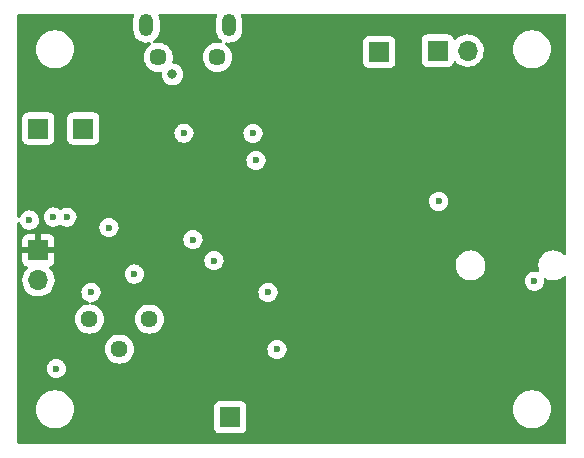
<source format=gbr>
%TF.GenerationSoftware,KiCad,Pcbnew,(6.0.2)*%
%TF.CreationDate,2023-09-05T21:11:47-07:00*%
%TF.ProjectId,parabolic_microphone,70617261-626f-46c6-9963-5f6d6963726f,rev?*%
%TF.SameCoordinates,Original*%
%TF.FileFunction,Copper,L3,Inr*%
%TF.FilePolarity,Positive*%
%FSLAX46Y46*%
G04 Gerber Fmt 4.6, Leading zero omitted, Abs format (unit mm)*
G04 Created by KiCad (PCBNEW (6.0.2)) date 2023-09-05 21:11:47*
%MOMM*%
%LPD*%
G01*
G04 APERTURE LIST*
%TA.AperFunction,ComponentPad*%
%ADD10R,1.700000X1.700000*%
%TD*%
%TA.AperFunction,ComponentPad*%
%ADD11O,1.700000X1.700000*%
%TD*%
%TA.AperFunction,ComponentPad*%
%ADD12O,1.200000X1.900000*%
%TD*%
%TA.AperFunction,ComponentPad*%
%ADD13C,1.450000*%
%TD*%
%TA.AperFunction,ComponentPad*%
%ADD14C,1.440000*%
%TD*%
%TA.AperFunction,ViaPad*%
%ADD15C,0.600000*%
%TD*%
%TA.AperFunction,ViaPad*%
%ADD16C,0.800000*%
%TD*%
G04 APERTURE END LIST*
D10*
%TO.N,Net-(C6-Pad2)*%
%TO.C,J3*%
X69596000Y-43535600D03*
%TD*%
%TO.N,Net-(J7-Pad1)*%
%TO.C,J7*%
X85852000Y-67975800D03*
%TD*%
%TO.N,VCC*%
%TO.C,J1*%
X69596000Y-53848000D03*
D11*
%TO.N,GND*%
X69596000Y-56388000D03*
%TD*%
D10*
%TO.N,Net-(C7-Pad1)*%
%TO.C,J2*%
X103398000Y-36932000D03*
D11*
%TO.N,GND*%
X105938000Y-36932000D03*
%TD*%
D12*
%TO.N,unconnected-(J8-Pad6)*%
%TO.C,J8*%
X85740000Y-34798000D03*
D13*
X84740000Y-37498000D03*
D12*
X78740000Y-34798000D03*
D13*
X79740000Y-37498000D03*
%TD*%
D10*
%TO.N,Net-(C7-Pad2)*%
%TO.C,J5*%
X98445000Y-37059000D03*
%TD*%
D14*
%TO.N,Net-(R4-Pad2)*%
%TO.C,RV1*%
X78994000Y-59670000D03*
X76454000Y-62210000D03*
%TO.N,Net-(C8-Pad1)*%
X73914000Y-59670000D03*
%TD*%
D10*
%TO.N,Net-(C6-Pad1)*%
%TO.C,J4*%
X73406000Y-43535600D03*
%TD*%
D15*
%TO.N,VCC*%
X69596000Y-47224000D03*
X92837000Y-49403000D03*
X93788000Y-60387000D03*
D16*
X83540000Y-38989000D03*
D15*
X71882000Y-47478000D03*
X92075000Y-44450000D03*
X74041000Y-53467000D03*
X94107000Y-62992000D03*
X77724000Y-43922000D03*
%TO.N,GND*%
X89789000Y-62230000D03*
X89027000Y-57404000D03*
X81915000Y-43922000D03*
X71120000Y-63861000D03*
X103473000Y-49689000D03*
X82677000Y-52939000D03*
X72009000Y-51034000D03*
X70866000Y-51034000D03*
X111573000Y-56455000D03*
X74041000Y-57404000D03*
X75565000Y-51923000D03*
X68834000Y-51288000D03*
X88011000Y-46228000D03*
D16*
X80940000Y-38948000D03*
D15*
X87757000Y-43942000D03*
%TO.N,Net-(JP3-Pad2)*%
X77724000Y-55860000D03*
X84455000Y-54717000D03*
%TD*%
%TA.AperFunction,Conductor*%
%TO.N,VCC*%
G36*
X77674283Y-33852802D02*
G01*
X77720776Y-33906458D01*
X77730880Y-33976732D01*
X77723028Y-34005898D01*
X77709199Y-34040214D01*
X77672314Y-34131737D01*
X77631772Y-34339337D01*
X77631500Y-34344899D01*
X77631500Y-35200846D01*
X77646548Y-35358566D01*
X77706092Y-35561534D01*
X77708836Y-35566861D01*
X77708836Y-35566862D01*
X77790756Y-35725919D01*
X77802942Y-35749580D01*
X77933604Y-35915920D01*
X77938135Y-35919852D01*
X77938138Y-35919855D01*
X78024058Y-35994412D01*
X78093363Y-36054552D01*
X78098549Y-36057552D01*
X78098553Y-36057555D01*
X78194957Y-36113326D01*
X78276454Y-36160473D01*
X78476271Y-36229861D01*
X78482206Y-36230722D01*
X78482208Y-36230722D01*
X78679664Y-36259352D01*
X78679667Y-36259352D01*
X78685604Y-36260213D01*
X78896899Y-36250433D01*
X78973347Y-36232009D01*
X79044258Y-36235494D01*
X79102028Y-36276763D01*
X79128315Y-36342714D01*
X79114774Y-36412407D01*
X79075139Y-36457715D01*
X79031954Y-36487954D01*
X78944093Y-36549475D01*
X78791475Y-36702093D01*
X78667677Y-36878894D01*
X78665354Y-36883876D01*
X78665351Y-36883881D01*
X78578784Y-37069525D01*
X78576461Y-37074507D01*
X78575039Y-37079815D01*
X78575038Y-37079817D01*
X78538832Y-37214939D01*
X78520599Y-37282987D01*
X78501788Y-37498000D01*
X78520599Y-37713013D01*
X78522023Y-37718326D01*
X78522023Y-37718328D01*
X78570626Y-37899715D01*
X78576461Y-37921493D01*
X78578783Y-37926474D01*
X78578784Y-37926475D01*
X78665351Y-38112119D01*
X78665354Y-38112124D01*
X78667677Y-38117106D01*
X78698246Y-38160763D01*
X78784957Y-38284598D01*
X78791475Y-38293907D01*
X78944093Y-38446525D01*
X79120894Y-38570323D01*
X79125876Y-38572646D01*
X79125881Y-38572649D01*
X79311525Y-38659216D01*
X79316507Y-38661539D01*
X79321815Y-38662961D01*
X79321817Y-38662962D01*
X79519672Y-38715977D01*
X79519674Y-38715977D01*
X79524987Y-38717401D01*
X79740000Y-38736212D01*
X79745475Y-38735733D01*
X79745476Y-38735733D01*
X79899353Y-38722271D01*
X79968958Y-38736260D01*
X80019950Y-38785660D01*
X80035644Y-38860962D01*
X80026496Y-38948000D01*
X80046458Y-39137928D01*
X80105473Y-39319556D01*
X80200960Y-39484944D01*
X80328747Y-39626866D01*
X80483248Y-39739118D01*
X80489276Y-39741802D01*
X80489278Y-39741803D01*
X80651681Y-39814109D01*
X80657712Y-39816794D01*
X80751113Y-39836647D01*
X80838056Y-39855128D01*
X80838061Y-39855128D01*
X80844513Y-39856500D01*
X81035487Y-39856500D01*
X81041939Y-39855128D01*
X81041944Y-39855128D01*
X81128888Y-39836647D01*
X81222288Y-39816794D01*
X81228319Y-39814109D01*
X81390722Y-39741803D01*
X81390724Y-39741802D01*
X81396752Y-39739118D01*
X81551253Y-39626866D01*
X81679040Y-39484944D01*
X81774527Y-39319556D01*
X81833542Y-39137928D01*
X81853504Y-38948000D01*
X81833542Y-38758072D01*
X81774527Y-38576444D01*
X81769171Y-38567166D01*
X81694773Y-38438307D01*
X81679040Y-38411056D01*
X81635561Y-38362767D01*
X81555675Y-38274045D01*
X81555674Y-38274044D01*
X81551253Y-38269134D01*
X81396752Y-38156882D01*
X81390724Y-38154198D01*
X81390722Y-38154197D01*
X81228319Y-38081891D01*
X81228318Y-38081891D01*
X81222288Y-38079206D01*
X81035487Y-38039500D01*
X81028883Y-38039500D01*
X81022938Y-38038875D01*
X80957281Y-38011862D01*
X80916651Y-37953641D01*
X80914401Y-37880954D01*
X80916502Y-37873115D01*
X80959401Y-37713013D01*
X80978212Y-37498000D01*
X80959401Y-37282987D01*
X80941168Y-37214939D01*
X80904962Y-37079817D01*
X80904961Y-37079815D01*
X80903539Y-37074507D01*
X80901216Y-37069525D01*
X80814649Y-36883881D01*
X80814646Y-36883876D01*
X80812323Y-36878894D01*
X80688525Y-36702093D01*
X80535907Y-36549475D01*
X80359106Y-36425677D01*
X80354124Y-36423354D01*
X80354119Y-36423351D01*
X80168475Y-36336784D01*
X80168474Y-36336783D01*
X80163493Y-36334461D01*
X80158185Y-36333039D01*
X80158183Y-36333038D01*
X79960328Y-36280023D01*
X79960326Y-36280023D01*
X79955013Y-36278599D01*
X79740000Y-36259788D01*
X79524987Y-36278599D01*
X79519674Y-36280023D01*
X79519672Y-36280023D01*
X79459216Y-36296222D01*
X79388239Y-36294532D01*
X79329444Y-36254738D01*
X79301496Y-36189473D01*
X79313270Y-36119460D01*
X79353705Y-36071745D01*
X79373710Y-36057555D01*
X79467611Y-35990946D01*
X79613881Y-35838150D01*
X79728620Y-35660452D01*
X79763514Y-35573869D01*
X79805442Y-35469832D01*
X79805443Y-35469829D01*
X79807686Y-35464263D01*
X79848228Y-35256663D01*
X79848500Y-35251101D01*
X79848500Y-34395154D01*
X79833452Y-34237434D01*
X79773908Y-34034466D01*
X79764650Y-34016490D01*
X79751242Y-33946772D01*
X79777656Y-33880872D01*
X79835505Y-33839713D01*
X79876667Y-33832800D01*
X84606162Y-33832800D01*
X84674283Y-33852802D01*
X84720776Y-33906458D01*
X84730880Y-33976732D01*
X84723028Y-34005898D01*
X84709199Y-34040214D01*
X84672314Y-34131737D01*
X84631772Y-34339337D01*
X84631500Y-34344899D01*
X84631500Y-35200846D01*
X84646548Y-35358566D01*
X84706092Y-35561534D01*
X84708836Y-35566861D01*
X84708836Y-35566862D01*
X84790756Y-35725919D01*
X84802942Y-35749580D01*
X84933604Y-35915920D01*
X84938135Y-35919852D01*
X84938138Y-35919855D01*
X85024058Y-35994412D01*
X85093363Y-36054552D01*
X85104182Y-36060811D01*
X85108508Y-36063314D01*
X85157455Y-36114741D01*
X85170828Y-36184467D01*
X85144381Y-36250354D01*
X85086511Y-36291483D01*
X85012797Y-36294082D01*
X84960335Y-36280024D01*
X84960324Y-36280022D01*
X84955013Y-36278599D01*
X84740000Y-36259788D01*
X84524987Y-36278599D01*
X84519674Y-36280023D01*
X84519672Y-36280023D01*
X84321817Y-36333038D01*
X84321815Y-36333039D01*
X84316507Y-36334461D01*
X84311526Y-36336783D01*
X84311525Y-36336784D01*
X84125881Y-36423351D01*
X84125876Y-36423354D01*
X84120894Y-36425677D01*
X83944093Y-36549475D01*
X83791475Y-36702093D01*
X83667677Y-36878894D01*
X83665354Y-36883876D01*
X83665351Y-36883881D01*
X83578784Y-37069525D01*
X83576461Y-37074507D01*
X83575039Y-37079815D01*
X83575038Y-37079817D01*
X83538832Y-37214939D01*
X83520599Y-37282987D01*
X83501788Y-37498000D01*
X83520599Y-37713013D01*
X83522023Y-37718326D01*
X83522023Y-37718328D01*
X83570626Y-37899715D01*
X83576461Y-37921493D01*
X83578783Y-37926474D01*
X83578784Y-37926475D01*
X83665351Y-38112119D01*
X83665354Y-38112124D01*
X83667677Y-38117106D01*
X83698246Y-38160763D01*
X83784957Y-38284598D01*
X83791475Y-38293907D01*
X83944093Y-38446525D01*
X84120894Y-38570323D01*
X84125876Y-38572646D01*
X84125881Y-38572649D01*
X84311525Y-38659216D01*
X84316507Y-38661539D01*
X84321815Y-38662961D01*
X84321817Y-38662962D01*
X84519672Y-38715977D01*
X84519674Y-38715977D01*
X84524987Y-38717401D01*
X84740000Y-38736212D01*
X84955013Y-38717401D01*
X84960326Y-38715977D01*
X84960328Y-38715977D01*
X85158183Y-38662962D01*
X85158185Y-38662961D01*
X85163493Y-38661539D01*
X85168475Y-38659216D01*
X85354119Y-38572649D01*
X85354124Y-38572646D01*
X85359106Y-38570323D01*
X85535907Y-38446525D01*
X85688525Y-38293907D01*
X85695044Y-38284598D01*
X85781754Y-38160763D01*
X85812323Y-38117106D01*
X85814646Y-38112124D01*
X85814649Y-38112119D01*
X85886920Y-37957134D01*
X97086500Y-37957134D01*
X97093255Y-38019316D01*
X97144385Y-38155705D01*
X97231739Y-38272261D01*
X97348295Y-38359615D01*
X97484684Y-38410745D01*
X97546866Y-38417500D01*
X99343134Y-38417500D01*
X99405316Y-38410745D01*
X99541705Y-38359615D01*
X99658261Y-38272261D01*
X99745615Y-38155705D01*
X99796745Y-38019316D01*
X99803500Y-37957134D01*
X99803500Y-37830134D01*
X102039500Y-37830134D01*
X102046255Y-37892316D01*
X102097385Y-38028705D01*
X102184739Y-38145261D01*
X102301295Y-38232615D01*
X102437684Y-38283745D01*
X102499866Y-38290500D01*
X104296134Y-38290500D01*
X104358316Y-38283745D01*
X104494705Y-38232615D01*
X104611261Y-38145261D01*
X104698615Y-38028705D01*
X104721694Y-37967142D01*
X104742598Y-37911382D01*
X104785240Y-37854618D01*
X104851802Y-37829918D01*
X104921150Y-37845126D01*
X104955817Y-37873114D01*
X104984250Y-37905938D01*
X105156126Y-38048632D01*
X105349000Y-38161338D01*
X105557692Y-38241030D01*
X105562760Y-38242061D01*
X105562763Y-38242062D01*
X105670017Y-38263883D01*
X105776597Y-38285567D01*
X105781772Y-38285757D01*
X105781774Y-38285757D01*
X105994673Y-38293564D01*
X105994677Y-38293564D01*
X105999837Y-38293753D01*
X106004957Y-38293097D01*
X106004959Y-38293097D01*
X106216288Y-38266025D01*
X106216289Y-38266025D01*
X106221416Y-38265368D01*
X106226366Y-38263883D01*
X106430429Y-38202661D01*
X106430434Y-38202659D01*
X106435384Y-38201174D01*
X106635994Y-38102896D01*
X106817860Y-37973173D01*
X106837461Y-37953641D01*
X106961616Y-37829918D01*
X106976096Y-37815489D01*
X107106453Y-37634077D01*
X107141828Y-37562502D01*
X107203136Y-37438453D01*
X107203137Y-37438451D01*
X107205430Y-37433811D01*
X107270370Y-37220069D01*
X107299529Y-36998590D01*
X107301156Y-36932000D01*
X107292770Y-36830000D01*
X109765526Y-36830000D01*
X109785391Y-37082403D01*
X109844495Y-37328591D01*
X109846388Y-37333162D01*
X109846389Y-37333164D01*
X109912399Y-37492525D01*
X109941384Y-37562502D01*
X110073672Y-37778376D01*
X110238102Y-37970898D01*
X110430624Y-38135328D01*
X110646498Y-38267616D01*
X110651068Y-38269509D01*
X110651072Y-38269511D01*
X110868603Y-38359615D01*
X110880409Y-38364505D01*
X110965032Y-38384821D01*
X111121784Y-38422454D01*
X111121790Y-38422455D01*
X111126597Y-38423609D01*
X111226416Y-38431465D01*
X111313345Y-38438307D01*
X111313352Y-38438307D01*
X111315801Y-38438500D01*
X111442199Y-38438500D01*
X111444648Y-38438307D01*
X111444655Y-38438307D01*
X111531584Y-38431465D01*
X111631403Y-38423609D01*
X111636210Y-38422455D01*
X111636216Y-38422454D01*
X111792968Y-38384821D01*
X111877591Y-38364505D01*
X111889397Y-38359615D01*
X112106928Y-38269511D01*
X112106932Y-38269509D01*
X112111502Y-38267616D01*
X112327376Y-38135328D01*
X112519898Y-37970898D01*
X112684328Y-37778376D01*
X112816616Y-37562502D01*
X112845602Y-37492525D01*
X112911611Y-37333164D01*
X112911612Y-37333162D01*
X112913505Y-37328591D01*
X112972609Y-37082403D01*
X112992474Y-36830000D01*
X112972609Y-36577597D01*
X112966794Y-36553372D01*
X112914660Y-36336221D01*
X112913505Y-36331409D01*
X112892220Y-36280023D01*
X112818511Y-36102072D01*
X112818509Y-36102068D01*
X112816616Y-36097498D01*
X112684328Y-35881624D01*
X112519898Y-35689102D01*
X112327376Y-35524672D01*
X112111502Y-35392384D01*
X112106932Y-35390491D01*
X112106928Y-35390489D01*
X111882164Y-35297389D01*
X111882162Y-35297388D01*
X111877591Y-35295495D01*
X111792968Y-35275179D01*
X111636216Y-35237546D01*
X111636210Y-35237545D01*
X111631403Y-35236391D01*
X111531584Y-35228535D01*
X111444655Y-35221693D01*
X111444648Y-35221693D01*
X111442199Y-35221500D01*
X111315801Y-35221500D01*
X111313352Y-35221693D01*
X111313345Y-35221693D01*
X111226416Y-35228535D01*
X111126597Y-35236391D01*
X111121790Y-35237545D01*
X111121784Y-35237546D01*
X110965032Y-35275179D01*
X110880409Y-35295495D01*
X110875838Y-35297388D01*
X110875836Y-35297389D01*
X110651072Y-35390489D01*
X110651068Y-35390491D01*
X110646498Y-35392384D01*
X110430624Y-35524672D01*
X110238102Y-35689102D01*
X110073672Y-35881624D01*
X109941384Y-36097498D01*
X109939491Y-36102068D01*
X109939489Y-36102072D01*
X109865780Y-36280023D01*
X109844495Y-36331409D01*
X109843340Y-36336221D01*
X109791207Y-36553372D01*
X109785391Y-36577597D01*
X109765526Y-36830000D01*
X107292770Y-36830000D01*
X107282852Y-36709361D01*
X107228431Y-36492702D01*
X107139354Y-36287840D01*
X107083094Y-36200875D01*
X107020822Y-36104617D01*
X107020820Y-36104614D01*
X107018014Y-36100277D01*
X106867670Y-35935051D01*
X106863619Y-35931852D01*
X106863615Y-35931848D01*
X106696414Y-35799800D01*
X106696410Y-35799798D01*
X106692359Y-35796598D01*
X106496789Y-35688638D01*
X106491920Y-35686914D01*
X106491916Y-35686912D01*
X106291087Y-35615795D01*
X106291083Y-35615794D01*
X106286212Y-35614069D01*
X106281119Y-35613162D01*
X106281116Y-35613161D01*
X106071373Y-35575800D01*
X106071367Y-35575799D01*
X106066284Y-35574894D01*
X105992452Y-35573992D01*
X105848081Y-35572228D01*
X105848079Y-35572228D01*
X105842911Y-35572165D01*
X105622091Y-35605955D01*
X105409756Y-35675357D01*
X105383352Y-35689102D01*
X105239915Y-35763771D01*
X105211607Y-35778507D01*
X105207474Y-35781610D01*
X105207471Y-35781612D01*
X105068655Y-35885838D01*
X105032965Y-35912635D01*
X104976537Y-35971684D01*
X104952283Y-35997064D01*
X104890759Y-36032494D01*
X104819846Y-36029037D01*
X104762060Y-35987791D01*
X104743207Y-35954243D01*
X104701767Y-35843703D01*
X104698615Y-35835295D01*
X104611261Y-35718739D01*
X104494705Y-35631385D01*
X104358316Y-35580255D01*
X104296134Y-35573500D01*
X102499866Y-35573500D01*
X102437684Y-35580255D01*
X102301295Y-35631385D01*
X102184739Y-35718739D01*
X102097385Y-35835295D01*
X102046255Y-35971684D01*
X102039500Y-36033866D01*
X102039500Y-37830134D01*
X99803500Y-37830134D01*
X99803500Y-36160866D01*
X99796745Y-36098684D01*
X99745615Y-35962295D01*
X99658261Y-35845739D01*
X99541705Y-35758385D01*
X99405316Y-35707255D01*
X99343134Y-35700500D01*
X97546866Y-35700500D01*
X97484684Y-35707255D01*
X97348295Y-35758385D01*
X97231739Y-35845739D01*
X97144385Y-35962295D01*
X97093255Y-36098684D01*
X97086500Y-36160866D01*
X97086500Y-37957134D01*
X85886920Y-37957134D01*
X85901216Y-37926475D01*
X85901217Y-37926474D01*
X85903539Y-37921493D01*
X85909375Y-37899715D01*
X85957977Y-37718328D01*
X85957977Y-37718326D01*
X85959401Y-37713013D01*
X85978212Y-37498000D01*
X85959401Y-37282987D01*
X85941168Y-37214939D01*
X85904962Y-37079817D01*
X85904961Y-37079815D01*
X85903539Y-37074507D01*
X85901216Y-37069525D01*
X85814649Y-36883881D01*
X85814646Y-36883876D01*
X85812323Y-36878894D01*
X85688525Y-36702093D01*
X85535907Y-36549475D01*
X85409905Y-36461247D01*
X85365578Y-36405791D01*
X85358269Y-36335172D01*
X85390300Y-36271811D01*
X85451501Y-36235826D01*
X85500257Y-36233339D01*
X85679664Y-36259352D01*
X85679667Y-36259352D01*
X85685604Y-36260213D01*
X85896899Y-36250433D01*
X86028077Y-36218819D01*
X86096701Y-36202281D01*
X86096703Y-36202280D01*
X86102534Y-36200875D01*
X86107992Y-36198393D01*
X86107996Y-36198392D01*
X86281596Y-36119460D01*
X86295087Y-36113326D01*
X86467611Y-35990946D01*
X86613881Y-35838150D01*
X86728620Y-35660452D01*
X86763514Y-35573869D01*
X86805442Y-35469832D01*
X86805443Y-35469829D01*
X86807686Y-35464263D01*
X86848228Y-35256663D01*
X86848500Y-35251101D01*
X86848500Y-34395154D01*
X86833452Y-34237434D01*
X86773908Y-34034466D01*
X86764650Y-34016490D01*
X86751242Y-33946772D01*
X86777656Y-33880872D01*
X86835505Y-33839713D01*
X86876667Y-33832800D01*
X114174000Y-33832800D01*
X114242121Y-33852802D01*
X114288614Y-33906458D01*
X114300000Y-33958800D01*
X114300000Y-54156845D01*
X114279998Y-54224966D01*
X114226342Y-54271459D01*
X114156068Y-54281563D01*
X114089200Y-54250039D01*
X113991865Y-54161471D01*
X113936964Y-54111515D01*
X113932217Y-54108537D01*
X113932214Y-54108535D01*
X113751405Y-53995115D01*
X113746656Y-53992136D01*
X113538217Y-53908344D01*
X113318233Y-53862787D01*
X113313622Y-53862521D01*
X113313621Y-53862521D01*
X113263048Y-53859605D01*
X113263044Y-53859605D01*
X113261225Y-53859500D01*
X113116001Y-53859500D01*
X113113214Y-53859749D01*
X113113208Y-53859749D01*
X113043071Y-53866009D01*
X112949238Y-53874383D01*
X112943824Y-53875864D01*
X112943819Y-53875865D01*
X112829262Y-53907205D01*
X112732549Y-53933663D01*
X112727491Y-53936075D01*
X112727487Y-53936077D01*
X112638448Y-53978547D01*
X112529782Y-54030378D01*
X112347346Y-54161471D01*
X112303587Y-54206627D01*
X112230969Y-54281563D01*
X112191008Y-54322799D01*
X112065710Y-54509262D01*
X111975412Y-54714967D01*
X111974103Y-54720418D01*
X111974102Y-54720422D01*
X111943012Y-54849923D01*
X111922968Y-54933411D01*
X111918121Y-55017475D01*
X111910790Y-55144638D01*
X111910037Y-55157690D01*
X111937025Y-55380715D01*
X111982613Y-55528900D01*
X111983525Y-55599889D01*
X111945913Y-55660104D01*
X111881717Y-55690425D01*
X111819916Y-55684647D01*
X111765425Y-55665243D01*
X111765420Y-55665242D01*
X111758790Y-55662881D01*
X111751802Y-55662048D01*
X111751799Y-55662047D01*
X111628698Y-55647368D01*
X111578680Y-55641404D01*
X111571677Y-55642140D01*
X111571676Y-55642140D01*
X111405288Y-55659628D01*
X111405286Y-55659629D01*
X111398288Y-55660364D01*
X111226579Y-55718818D01*
X111206144Y-55731390D01*
X111078095Y-55810166D01*
X111078092Y-55810168D01*
X111072088Y-55813862D01*
X111067053Y-55818793D01*
X111067050Y-55818795D01*
X110961358Y-55922297D01*
X110942493Y-55940771D01*
X110844235Y-56093238D01*
X110841826Y-56099858D01*
X110841824Y-56099861D01*
X110784606Y-56257066D01*
X110782197Y-56263685D01*
X110759463Y-56443640D01*
X110777163Y-56624160D01*
X110834418Y-56796273D01*
X110838065Y-56802295D01*
X110838066Y-56802297D01*
X110848978Y-56820314D01*
X110928380Y-56951424D01*
X111054382Y-57081902D01*
X111206159Y-57181222D01*
X111212763Y-57183678D01*
X111212765Y-57183679D01*
X111369558Y-57241990D01*
X111369560Y-57241990D01*
X111376168Y-57244448D01*
X111459995Y-57255633D01*
X111548980Y-57267507D01*
X111548984Y-57267507D01*
X111555961Y-57268438D01*
X111562972Y-57267800D01*
X111562976Y-57267800D01*
X111705459Y-57254832D01*
X111736600Y-57251998D01*
X111743302Y-57249820D01*
X111743304Y-57249820D01*
X111902409Y-57198124D01*
X111902412Y-57198123D01*
X111909108Y-57195947D01*
X112064912Y-57103069D01*
X112196266Y-56977982D01*
X112296643Y-56826902D01*
X112354939Y-56673438D01*
X112358555Y-56663920D01*
X112358556Y-56663918D01*
X112361055Y-56657338D01*
X112362509Y-56646990D01*
X112385748Y-56481639D01*
X112385748Y-56481636D01*
X112386299Y-56477717D01*
X112386616Y-56455000D01*
X112374158Y-56343936D01*
X112386442Y-56274012D01*
X112434581Y-56221827D01*
X112503290Y-56203953D01*
X112566329Y-56223154D01*
X112594594Y-56240885D01*
X112594599Y-56240888D01*
X112599344Y-56243864D01*
X112807783Y-56327656D01*
X113027767Y-56373213D01*
X113032378Y-56373479D01*
X113032379Y-56373479D01*
X113082952Y-56376395D01*
X113082956Y-56376395D01*
X113084775Y-56376500D01*
X113229999Y-56376500D01*
X113232786Y-56376251D01*
X113232792Y-56376251D01*
X113302929Y-56369991D01*
X113396762Y-56361617D01*
X113402176Y-56360136D01*
X113402181Y-56360135D01*
X113529912Y-56325191D01*
X113613451Y-56302337D01*
X113618509Y-56299925D01*
X113618513Y-56299923D01*
X113736042Y-56243864D01*
X113816218Y-56205622D01*
X113976283Y-56090604D01*
X113994095Y-56077805D01*
X113998654Y-56074529D01*
X114083517Y-55986958D01*
X114145286Y-55951958D01*
X114216173Y-55955910D01*
X114273670Y-55997559D01*
X114299522Y-56063681D01*
X114300000Y-56074643D01*
X114300000Y-70079600D01*
X114279998Y-70147721D01*
X114226342Y-70194214D01*
X114174000Y-70205600D01*
X67944000Y-70205600D01*
X67875879Y-70185598D01*
X67829386Y-70131942D01*
X67818000Y-70079600D01*
X67818000Y-67310000D01*
X69379526Y-67310000D01*
X69399391Y-67562403D01*
X69458495Y-67808591D01*
X69555384Y-68042502D01*
X69687672Y-68258376D01*
X69852102Y-68450898D01*
X70044624Y-68615328D01*
X70260498Y-68747616D01*
X70265068Y-68749509D01*
X70265072Y-68749511D01*
X70489836Y-68842611D01*
X70494409Y-68844505D01*
X70579032Y-68864821D01*
X70735784Y-68902454D01*
X70735790Y-68902455D01*
X70740597Y-68903609D01*
X70840416Y-68911465D01*
X70927345Y-68918307D01*
X70927352Y-68918307D01*
X70929801Y-68918500D01*
X71056199Y-68918500D01*
X71058648Y-68918307D01*
X71058655Y-68918307D01*
X71145584Y-68911465D01*
X71245403Y-68903609D01*
X71250210Y-68902455D01*
X71250216Y-68902454D01*
X71369010Y-68873934D01*
X84493500Y-68873934D01*
X84500255Y-68936116D01*
X84551385Y-69072505D01*
X84638739Y-69189061D01*
X84755295Y-69276415D01*
X84891684Y-69327545D01*
X84953866Y-69334300D01*
X86750134Y-69334300D01*
X86812316Y-69327545D01*
X86948705Y-69276415D01*
X87065261Y-69189061D01*
X87152615Y-69072505D01*
X87203745Y-68936116D01*
X87210500Y-68873934D01*
X87210500Y-67310000D01*
X109765526Y-67310000D01*
X109785391Y-67562403D01*
X109844495Y-67808591D01*
X109941384Y-68042502D01*
X110073672Y-68258376D01*
X110238102Y-68450898D01*
X110430624Y-68615328D01*
X110646498Y-68747616D01*
X110651068Y-68749509D01*
X110651072Y-68749511D01*
X110875836Y-68842611D01*
X110880409Y-68844505D01*
X110965032Y-68864821D01*
X111121784Y-68902454D01*
X111121790Y-68902455D01*
X111126597Y-68903609D01*
X111226416Y-68911465D01*
X111313345Y-68918307D01*
X111313352Y-68918307D01*
X111315801Y-68918500D01*
X111442199Y-68918500D01*
X111444648Y-68918307D01*
X111444655Y-68918307D01*
X111531584Y-68911465D01*
X111631403Y-68903609D01*
X111636210Y-68902455D01*
X111636216Y-68902454D01*
X111792968Y-68864821D01*
X111877591Y-68844505D01*
X111882164Y-68842611D01*
X112106928Y-68749511D01*
X112106932Y-68749509D01*
X112111502Y-68747616D01*
X112327376Y-68615328D01*
X112519898Y-68450898D01*
X112684328Y-68258376D01*
X112816616Y-68042502D01*
X112913505Y-67808591D01*
X112972609Y-67562403D01*
X112992474Y-67310000D01*
X112972609Y-67057597D01*
X112960723Y-67008085D01*
X112914660Y-66816221D01*
X112913505Y-66811409D01*
X112911611Y-66806836D01*
X112818511Y-66582072D01*
X112818509Y-66582068D01*
X112816616Y-66577498D01*
X112684328Y-66361624D01*
X112519898Y-66169102D01*
X112327376Y-66004672D01*
X112111502Y-65872384D01*
X112106932Y-65870491D01*
X112106928Y-65870489D01*
X111882164Y-65777389D01*
X111882162Y-65777388D01*
X111877591Y-65775495D01*
X111792968Y-65755179D01*
X111636216Y-65717546D01*
X111636210Y-65717545D01*
X111631403Y-65716391D01*
X111531584Y-65708535D01*
X111444655Y-65701693D01*
X111444648Y-65701693D01*
X111442199Y-65701500D01*
X111315801Y-65701500D01*
X111313352Y-65701693D01*
X111313345Y-65701693D01*
X111226416Y-65708535D01*
X111126597Y-65716391D01*
X111121790Y-65717545D01*
X111121784Y-65717546D01*
X110965032Y-65755179D01*
X110880409Y-65775495D01*
X110875838Y-65777388D01*
X110875836Y-65777389D01*
X110651072Y-65870489D01*
X110651068Y-65870491D01*
X110646498Y-65872384D01*
X110430624Y-66004672D01*
X110238102Y-66169102D01*
X110073672Y-66361624D01*
X109941384Y-66577498D01*
X109939491Y-66582068D01*
X109939489Y-66582072D01*
X109846389Y-66806836D01*
X109844495Y-66811409D01*
X109843340Y-66816221D01*
X109797278Y-67008085D01*
X109785391Y-67057597D01*
X109765526Y-67310000D01*
X87210500Y-67310000D01*
X87210500Y-67077666D01*
X87203745Y-67015484D01*
X87152615Y-66879095D01*
X87065261Y-66762539D01*
X86948705Y-66675185D01*
X86812316Y-66624055D01*
X86750134Y-66617300D01*
X84953866Y-66617300D01*
X84891684Y-66624055D01*
X84755295Y-66675185D01*
X84638739Y-66762539D01*
X84551385Y-66879095D01*
X84500255Y-67015484D01*
X84493500Y-67077666D01*
X84493500Y-68873934D01*
X71369010Y-68873934D01*
X71406968Y-68864821D01*
X71491591Y-68844505D01*
X71496164Y-68842611D01*
X71720928Y-68749511D01*
X71720932Y-68749509D01*
X71725502Y-68747616D01*
X71941376Y-68615328D01*
X72133898Y-68450898D01*
X72298328Y-68258376D01*
X72430616Y-68042502D01*
X72527505Y-67808591D01*
X72586609Y-67562403D01*
X72606474Y-67310000D01*
X72586609Y-67057597D01*
X72574723Y-67008085D01*
X72528660Y-66816221D01*
X72527505Y-66811409D01*
X72525611Y-66806836D01*
X72432511Y-66582072D01*
X72432509Y-66582068D01*
X72430616Y-66577498D01*
X72298328Y-66361624D01*
X72133898Y-66169102D01*
X71941376Y-66004672D01*
X71725502Y-65872384D01*
X71720932Y-65870491D01*
X71720928Y-65870489D01*
X71496164Y-65777389D01*
X71496162Y-65777388D01*
X71491591Y-65775495D01*
X71406968Y-65755179D01*
X71250216Y-65717546D01*
X71250210Y-65717545D01*
X71245403Y-65716391D01*
X71145584Y-65708535D01*
X71058655Y-65701693D01*
X71058648Y-65701693D01*
X71056199Y-65701500D01*
X70929801Y-65701500D01*
X70927352Y-65701693D01*
X70927345Y-65701693D01*
X70840416Y-65708535D01*
X70740597Y-65716391D01*
X70735790Y-65717545D01*
X70735784Y-65717546D01*
X70579032Y-65755179D01*
X70494409Y-65775495D01*
X70489838Y-65777388D01*
X70489836Y-65777389D01*
X70265072Y-65870489D01*
X70265068Y-65870491D01*
X70260498Y-65872384D01*
X70044624Y-66004672D01*
X69852102Y-66169102D01*
X69687672Y-66361624D01*
X69555384Y-66577498D01*
X69553491Y-66582068D01*
X69553489Y-66582072D01*
X69460389Y-66806836D01*
X69458495Y-66811409D01*
X69457340Y-66816221D01*
X69411278Y-67008085D01*
X69399391Y-67057597D01*
X69379526Y-67310000D01*
X67818000Y-67310000D01*
X67818000Y-63849640D01*
X70306463Y-63849640D01*
X70324163Y-64030160D01*
X70381418Y-64202273D01*
X70385065Y-64208295D01*
X70385066Y-64208297D01*
X70395978Y-64226314D01*
X70475380Y-64357424D01*
X70601382Y-64487902D01*
X70753159Y-64587222D01*
X70759763Y-64589678D01*
X70759765Y-64589679D01*
X70916558Y-64647990D01*
X70916560Y-64647990D01*
X70923168Y-64650448D01*
X71006995Y-64661633D01*
X71095980Y-64673507D01*
X71095984Y-64673507D01*
X71102961Y-64674438D01*
X71109972Y-64673800D01*
X71109976Y-64673800D01*
X71252459Y-64660832D01*
X71283600Y-64657998D01*
X71290302Y-64655820D01*
X71290304Y-64655820D01*
X71449409Y-64604124D01*
X71449412Y-64604123D01*
X71456108Y-64601947D01*
X71611912Y-64509069D01*
X71743266Y-64383982D01*
X71843643Y-64232902D01*
X71908055Y-64063338D01*
X71909035Y-64056366D01*
X71932748Y-63887639D01*
X71932748Y-63887636D01*
X71933299Y-63883717D01*
X71933616Y-63861000D01*
X71913397Y-63680745D01*
X71911080Y-63674091D01*
X71856064Y-63516106D01*
X71856062Y-63516103D01*
X71853745Y-63509448D01*
X71757626Y-63355624D01*
X71682825Y-63280299D01*
X71634778Y-63231915D01*
X71634774Y-63231912D01*
X71629815Y-63226918D01*
X71618697Y-63219862D01*
X71515987Y-63154681D01*
X71476666Y-63129727D01*
X71447463Y-63119328D01*
X71312425Y-63071243D01*
X71312420Y-63071242D01*
X71305790Y-63068881D01*
X71298802Y-63068048D01*
X71298799Y-63068047D01*
X71175698Y-63053368D01*
X71125680Y-63047404D01*
X71118677Y-63048140D01*
X71118676Y-63048140D01*
X70952288Y-63065628D01*
X70952286Y-63065629D01*
X70945288Y-63066364D01*
X70773579Y-63124818D01*
X70767575Y-63128512D01*
X70625095Y-63216166D01*
X70625092Y-63216168D01*
X70619088Y-63219862D01*
X70614053Y-63224793D01*
X70614050Y-63224795D01*
X70494525Y-63341843D01*
X70489493Y-63346771D01*
X70391235Y-63499238D01*
X70388826Y-63505858D01*
X70388824Y-63505861D01*
X70331606Y-63663066D01*
X70329197Y-63669685D01*
X70306463Y-63849640D01*
X67818000Y-63849640D01*
X67818000Y-62210000D01*
X75220807Y-62210000D01*
X75239542Y-62424142D01*
X75295178Y-62631777D01*
X75386024Y-62826596D01*
X75509319Y-63002681D01*
X75661319Y-63154681D01*
X75837403Y-63277976D01*
X75842381Y-63280297D01*
X75842384Y-63280299D01*
X76016731Y-63361598D01*
X76032223Y-63368822D01*
X76037531Y-63370244D01*
X76037533Y-63370245D01*
X76234543Y-63423034D01*
X76234545Y-63423034D01*
X76239858Y-63424458D01*
X76454000Y-63443193D01*
X76668142Y-63424458D01*
X76673455Y-63423034D01*
X76673457Y-63423034D01*
X76870467Y-63370245D01*
X76870469Y-63370244D01*
X76875777Y-63368822D01*
X76891269Y-63361598D01*
X77065616Y-63280299D01*
X77065619Y-63280297D01*
X77070597Y-63277976D01*
X77246681Y-63154681D01*
X77398681Y-63002681D01*
X77521976Y-62826596D01*
X77612822Y-62631777D01*
X77668458Y-62424142D01*
X77686437Y-62218640D01*
X88975463Y-62218640D01*
X88993163Y-62399160D01*
X89050418Y-62571273D01*
X89054065Y-62577295D01*
X89054066Y-62577297D01*
X89064978Y-62595314D01*
X89144380Y-62726424D01*
X89270382Y-62856902D01*
X89422159Y-62956222D01*
X89428763Y-62958678D01*
X89428765Y-62958679D01*
X89585558Y-63016990D01*
X89585560Y-63016990D01*
X89592168Y-63019448D01*
X89675995Y-63030633D01*
X89764980Y-63042507D01*
X89764984Y-63042507D01*
X89771961Y-63043438D01*
X89778972Y-63042800D01*
X89778976Y-63042800D01*
X89921459Y-63029832D01*
X89952600Y-63026998D01*
X89959302Y-63024820D01*
X89959304Y-63024820D01*
X90118409Y-62973124D01*
X90118412Y-62973123D01*
X90125108Y-62970947D01*
X90280912Y-62878069D01*
X90412266Y-62752982D01*
X90512643Y-62601902D01*
X90577055Y-62432338D01*
X90578977Y-62418662D01*
X90601748Y-62256639D01*
X90601748Y-62256636D01*
X90602299Y-62252717D01*
X90602616Y-62230000D01*
X90582397Y-62049745D01*
X90580080Y-62043091D01*
X90525064Y-61885106D01*
X90525062Y-61885103D01*
X90522745Y-61878448D01*
X90426626Y-61724624D01*
X90412941Y-61710843D01*
X90303778Y-61600915D01*
X90303774Y-61600912D01*
X90298815Y-61595918D01*
X90287697Y-61588862D01*
X90239538Y-61558300D01*
X90145666Y-61498727D01*
X90116463Y-61488328D01*
X89981425Y-61440243D01*
X89981420Y-61440242D01*
X89974790Y-61437881D01*
X89967802Y-61437048D01*
X89967799Y-61437047D01*
X89840192Y-61421831D01*
X89794680Y-61416404D01*
X89787677Y-61417140D01*
X89787676Y-61417140D01*
X89621288Y-61434628D01*
X89621286Y-61434629D01*
X89614288Y-61435364D01*
X89442579Y-61493818D01*
X89436575Y-61497512D01*
X89294095Y-61585166D01*
X89294092Y-61585168D01*
X89288088Y-61588862D01*
X89283053Y-61593793D01*
X89283050Y-61593795D01*
X89163525Y-61710843D01*
X89158493Y-61715771D01*
X89060235Y-61868238D01*
X89057826Y-61874858D01*
X89057824Y-61874861D01*
X89015719Y-61990543D01*
X88998197Y-62038685D01*
X88975463Y-62218640D01*
X77686437Y-62218640D01*
X77687193Y-62210000D01*
X77668458Y-61995858D01*
X77612822Y-61788223D01*
X77583165Y-61724624D01*
X77524299Y-61598385D01*
X77524297Y-61598382D01*
X77521976Y-61593404D01*
X77398681Y-61417319D01*
X77246681Y-61265319D01*
X77070597Y-61142024D01*
X77065619Y-61139703D01*
X77065616Y-61139701D01*
X76880759Y-61053501D01*
X76880758Y-61053500D01*
X76875777Y-61051178D01*
X76870469Y-61049756D01*
X76870467Y-61049755D01*
X76673457Y-60996966D01*
X76673455Y-60996966D01*
X76668142Y-60995542D01*
X76454000Y-60976807D01*
X76239858Y-60995542D01*
X76234545Y-60996966D01*
X76234543Y-60996966D01*
X76037533Y-61049755D01*
X76037531Y-61049756D01*
X76032223Y-61051178D01*
X76027243Y-61053500D01*
X76027241Y-61053501D01*
X75842385Y-61139701D01*
X75842382Y-61139703D01*
X75837404Y-61142024D01*
X75661319Y-61265319D01*
X75509319Y-61417319D01*
X75386024Y-61593404D01*
X75383703Y-61598382D01*
X75383701Y-61598385D01*
X75324835Y-61724624D01*
X75295178Y-61788223D01*
X75239542Y-61995858D01*
X75220807Y-62210000D01*
X67818000Y-62210000D01*
X67818000Y-59670000D01*
X72680807Y-59670000D01*
X72699542Y-59884142D01*
X72755178Y-60091777D01*
X72846024Y-60286596D01*
X72969319Y-60462681D01*
X73121319Y-60614681D01*
X73297403Y-60737976D01*
X73302381Y-60740297D01*
X73302384Y-60740299D01*
X73487241Y-60826499D01*
X73492223Y-60828822D01*
X73497531Y-60830244D01*
X73497533Y-60830245D01*
X73694543Y-60883034D01*
X73694545Y-60883034D01*
X73699858Y-60884458D01*
X73914000Y-60903193D01*
X74128142Y-60884458D01*
X74133455Y-60883034D01*
X74133457Y-60883034D01*
X74330467Y-60830245D01*
X74330469Y-60830244D01*
X74335777Y-60828822D01*
X74340759Y-60826499D01*
X74525616Y-60740299D01*
X74525619Y-60740297D01*
X74530597Y-60737976D01*
X74706681Y-60614681D01*
X74858681Y-60462681D01*
X74981976Y-60286596D01*
X75072822Y-60091777D01*
X75128458Y-59884142D01*
X75147193Y-59670000D01*
X77760807Y-59670000D01*
X77779542Y-59884142D01*
X77835178Y-60091777D01*
X77926024Y-60286596D01*
X78049319Y-60462681D01*
X78201319Y-60614681D01*
X78377403Y-60737976D01*
X78382381Y-60740297D01*
X78382384Y-60740299D01*
X78567241Y-60826499D01*
X78572223Y-60828822D01*
X78577531Y-60830244D01*
X78577533Y-60830245D01*
X78774543Y-60883034D01*
X78774545Y-60883034D01*
X78779858Y-60884458D01*
X78994000Y-60903193D01*
X79208142Y-60884458D01*
X79213455Y-60883034D01*
X79213457Y-60883034D01*
X79410467Y-60830245D01*
X79410469Y-60830244D01*
X79415777Y-60828822D01*
X79420759Y-60826499D01*
X79605616Y-60740299D01*
X79605619Y-60740297D01*
X79610597Y-60737976D01*
X79786681Y-60614681D01*
X79938681Y-60462681D01*
X80061976Y-60286596D01*
X80152822Y-60091777D01*
X80208458Y-59884142D01*
X80227193Y-59670000D01*
X80208458Y-59455858D01*
X80152822Y-59248223D01*
X80061976Y-59053404D01*
X79938681Y-58877319D01*
X79786681Y-58725319D01*
X79610597Y-58602024D01*
X79605619Y-58599703D01*
X79605616Y-58599701D01*
X79420759Y-58513501D01*
X79420758Y-58513500D01*
X79415777Y-58511178D01*
X79410469Y-58509756D01*
X79410467Y-58509755D01*
X79213457Y-58456966D01*
X79213455Y-58456966D01*
X79208142Y-58455542D01*
X78994000Y-58436807D01*
X78779858Y-58455542D01*
X78774545Y-58456966D01*
X78774543Y-58456966D01*
X78577533Y-58509755D01*
X78577531Y-58509756D01*
X78572223Y-58511178D01*
X78567243Y-58513500D01*
X78567241Y-58513501D01*
X78382385Y-58599701D01*
X78382382Y-58599703D01*
X78377404Y-58602024D01*
X78201319Y-58725319D01*
X78049319Y-58877319D01*
X77926024Y-59053404D01*
X77835178Y-59248223D01*
X77779542Y-59455858D01*
X77760807Y-59670000D01*
X75147193Y-59670000D01*
X75128458Y-59455858D01*
X75072822Y-59248223D01*
X74981976Y-59053404D01*
X74858681Y-58877319D01*
X74706681Y-58725319D01*
X74530597Y-58602024D01*
X74525619Y-58599703D01*
X74525616Y-58599701D01*
X74340759Y-58513501D01*
X74340758Y-58513500D01*
X74335777Y-58511178D01*
X74330469Y-58509756D01*
X74330467Y-58509755D01*
X74273948Y-58494611D01*
X74128857Y-58455734D01*
X74128856Y-58455733D01*
X74128142Y-58455542D01*
X74128180Y-58455399D01*
X74066562Y-58424862D01*
X74030091Y-58363949D01*
X74032342Y-58292988D01*
X74072600Y-58234509D01*
X74140631Y-58206820D01*
X74197579Y-58201637D01*
X74204600Y-58200998D01*
X74211302Y-58198820D01*
X74211304Y-58198820D01*
X74370409Y-58147124D01*
X74370412Y-58147123D01*
X74377108Y-58144947D01*
X74532912Y-58052069D01*
X74664266Y-57926982D01*
X74764643Y-57775902D01*
X74810610Y-57654895D01*
X74826555Y-57612920D01*
X74826556Y-57612918D01*
X74829055Y-57606338D01*
X74830035Y-57599366D01*
X74853748Y-57430639D01*
X74853748Y-57430636D01*
X74854299Y-57426717D01*
X74854616Y-57404000D01*
X74853342Y-57392640D01*
X88213463Y-57392640D01*
X88231163Y-57573160D01*
X88288418Y-57745273D01*
X88292065Y-57751295D01*
X88292066Y-57751297D01*
X88302978Y-57769314D01*
X88382380Y-57900424D01*
X88508382Y-58030902D01*
X88660159Y-58130222D01*
X88666763Y-58132678D01*
X88666765Y-58132679D01*
X88823558Y-58190990D01*
X88823560Y-58190990D01*
X88830168Y-58193448D01*
X88913995Y-58204633D01*
X89002980Y-58216507D01*
X89002984Y-58216507D01*
X89009961Y-58217438D01*
X89016972Y-58216800D01*
X89016976Y-58216800D01*
X89159459Y-58203832D01*
X89190600Y-58200998D01*
X89197302Y-58198820D01*
X89197304Y-58198820D01*
X89356409Y-58147124D01*
X89356412Y-58147123D01*
X89363108Y-58144947D01*
X89518912Y-58052069D01*
X89650266Y-57926982D01*
X89750643Y-57775902D01*
X89796610Y-57654895D01*
X89812555Y-57612920D01*
X89812556Y-57612918D01*
X89815055Y-57606338D01*
X89816035Y-57599366D01*
X89839748Y-57430639D01*
X89839748Y-57430636D01*
X89840299Y-57426717D01*
X89840616Y-57404000D01*
X89820397Y-57223745D01*
X89818080Y-57217091D01*
X89763064Y-57059106D01*
X89763062Y-57059103D01*
X89760745Y-57052448D01*
X89664626Y-56898624D01*
X89659664Y-56893627D01*
X89541778Y-56774915D01*
X89541774Y-56774912D01*
X89536815Y-56769918D01*
X89525697Y-56762862D01*
X89396738Y-56681023D01*
X89383666Y-56672727D01*
X89333377Y-56654820D01*
X89219425Y-56614243D01*
X89219420Y-56614242D01*
X89212790Y-56611881D01*
X89205802Y-56611048D01*
X89205799Y-56611047D01*
X89082698Y-56596368D01*
X89032680Y-56590404D01*
X89025677Y-56591140D01*
X89025676Y-56591140D01*
X88859288Y-56608628D01*
X88859286Y-56608629D01*
X88852288Y-56609364D01*
X88680579Y-56667818D01*
X88666457Y-56676506D01*
X88532095Y-56759166D01*
X88532092Y-56759168D01*
X88526088Y-56762862D01*
X88521053Y-56767793D01*
X88521050Y-56767795D01*
X88454697Y-56832773D01*
X88396493Y-56889771D01*
X88298235Y-57042238D01*
X88295826Y-57048858D01*
X88295824Y-57048861D01*
X88241497Y-57198124D01*
X88236197Y-57212685D01*
X88213463Y-57392640D01*
X74853342Y-57392640D01*
X74834397Y-57223745D01*
X74832080Y-57217091D01*
X74777064Y-57059106D01*
X74777062Y-57059103D01*
X74774745Y-57052448D01*
X74678626Y-56898624D01*
X74673664Y-56893627D01*
X74555778Y-56774915D01*
X74555774Y-56774912D01*
X74550815Y-56769918D01*
X74539697Y-56762862D01*
X74410738Y-56681023D01*
X74397666Y-56672727D01*
X74347377Y-56654820D01*
X74233425Y-56614243D01*
X74233420Y-56614242D01*
X74226790Y-56611881D01*
X74219802Y-56611048D01*
X74219799Y-56611047D01*
X74096698Y-56596368D01*
X74046680Y-56590404D01*
X74039677Y-56591140D01*
X74039676Y-56591140D01*
X73873288Y-56608628D01*
X73873286Y-56608629D01*
X73866288Y-56609364D01*
X73694579Y-56667818D01*
X73680457Y-56676506D01*
X73546095Y-56759166D01*
X73546092Y-56759168D01*
X73540088Y-56762862D01*
X73535053Y-56767793D01*
X73535050Y-56767795D01*
X73468697Y-56832773D01*
X73410493Y-56889771D01*
X73312235Y-57042238D01*
X73309826Y-57048858D01*
X73309824Y-57048861D01*
X73255497Y-57198124D01*
X73250197Y-57212685D01*
X73227463Y-57392640D01*
X73245163Y-57573160D01*
X73302418Y-57745273D01*
X73306065Y-57751295D01*
X73306066Y-57751297D01*
X73316978Y-57769314D01*
X73396380Y-57900424D01*
X73522382Y-58030902D01*
X73674159Y-58130222D01*
X73680763Y-58132678D01*
X73680765Y-58132679D01*
X73837560Y-58190991D01*
X73837564Y-58190992D01*
X73844168Y-58193448D01*
X73851153Y-58194380D01*
X73856656Y-58195752D01*
X73917914Y-58231641D01*
X73950044Y-58294951D01*
X73942846Y-58365582D01*
X73898605Y-58421108D01*
X73837154Y-58443530D01*
X73802733Y-58446542D01*
X73699858Y-58455542D01*
X73694545Y-58456966D01*
X73694543Y-58456966D01*
X73497533Y-58509755D01*
X73497531Y-58509756D01*
X73492223Y-58511178D01*
X73487243Y-58513500D01*
X73487241Y-58513501D01*
X73302385Y-58599701D01*
X73302382Y-58599703D01*
X73297404Y-58602024D01*
X73121319Y-58725319D01*
X72969319Y-58877319D01*
X72846024Y-59053404D01*
X72755178Y-59248223D01*
X72699542Y-59455858D01*
X72680807Y-59670000D01*
X67818000Y-59670000D01*
X67818000Y-56354695D01*
X68233251Y-56354695D01*
X68233548Y-56359848D01*
X68233548Y-56359851D01*
X68239011Y-56454590D01*
X68246110Y-56577715D01*
X68247247Y-56582761D01*
X68247248Y-56582767D01*
X68263977Y-56656998D01*
X68295222Y-56795639D01*
X68356034Y-56945401D01*
X68360536Y-56956488D01*
X68379266Y-57002616D01*
X68381965Y-57007020D01*
X68488716Y-57181222D01*
X68495987Y-57193088D01*
X68642250Y-57361938D01*
X68814126Y-57504632D01*
X69007000Y-57617338D01*
X69215692Y-57697030D01*
X69220760Y-57698061D01*
X69220763Y-57698062D01*
X69328017Y-57719883D01*
X69434597Y-57741567D01*
X69439772Y-57741757D01*
X69439774Y-57741757D01*
X69652673Y-57749564D01*
X69652677Y-57749564D01*
X69657837Y-57749753D01*
X69662957Y-57749097D01*
X69662959Y-57749097D01*
X69874288Y-57722025D01*
X69874289Y-57722025D01*
X69879416Y-57721368D01*
X69884366Y-57719883D01*
X70088429Y-57658661D01*
X70088434Y-57658659D01*
X70093384Y-57657174D01*
X70293994Y-57558896D01*
X70475860Y-57429173D01*
X70482299Y-57422757D01*
X70630435Y-57275137D01*
X70634096Y-57271489D01*
X70647643Y-57252637D01*
X70761435Y-57094277D01*
X70764453Y-57090077D01*
X70768494Y-57081902D01*
X70861136Y-56894453D01*
X70861137Y-56894451D01*
X70863430Y-56889811D01*
X70928370Y-56676069D01*
X70957529Y-56454590D01*
X70957797Y-56443640D01*
X70959074Y-56391365D01*
X70959074Y-56391361D01*
X70959156Y-56388000D01*
X70940852Y-56165361D01*
X70886431Y-55948702D01*
X70842923Y-55848640D01*
X76910463Y-55848640D01*
X76928163Y-56029160D01*
X76985418Y-56201273D01*
X76989065Y-56207295D01*
X76989066Y-56207297D01*
X77071818Y-56343937D01*
X77079380Y-56356424D01*
X77084269Y-56361487D01*
X77084270Y-56361488D01*
X77094688Y-56372276D01*
X77205382Y-56486902D01*
X77357159Y-56586222D01*
X77363763Y-56588678D01*
X77363765Y-56588679D01*
X77520558Y-56646990D01*
X77520560Y-56646990D01*
X77527168Y-56649448D01*
X77610995Y-56660633D01*
X77699980Y-56672507D01*
X77699984Y-56672507D01*
X77706961Y-56673438D01*
X77713972Y-56672800D01*
X77713976Y-56672800D01*
X77856459Y-56659832D01*
X77887600Y-56656998D01*
X77894302Y-56654820D01*
X77894304Y-56654820D01*
X78053409Y-56603124D01*
X78053412Y-56603123D01*
X78060108Y-56600947D01*
X78215912Y-56508069D01*
X78347266Y-56382982D01*
X78447643Y-56231902D01*
X78512055Y-56062338D01*
X78513035Y-56055366D01*
X78536748Y-55886639D01*
X78536748Y-55886636D01*
X78537299Y-55882717D01*
X78537616Y-55860000D01*
X78517397Y-55679745D01*
X78515080Y-55673091D01*
X78460064Y-55515106D01*
X78460062Y-55515103D01*
X78457745Y-55508448D01*
X78361626Y-55354624D01*
X78309953Y-55302589D01*
X78238778Y-55230915D01*
X78238774Y-55230912D01*
X78233815Y-55225918D01*
X78222697Y-55218862D01*
X78135094Y-55163268D01*
X78080666Y-55128727D01*
X78051463Y-55118328D01*
X77916425Y-55070243D01*
X77916420Y-55070242D01*
X77909790Y-55067881D01*
X77902802Y-55067048D01*
X77902799Y-55067047D01*
X77773171Y-55051590D01*
X77729680Y-55046404D01*
X77722677Y-55047140D01*
X77722676Y-55047140D01*
X77556288Y-55064628D01*
X77556286Y-55064629D01*
X77549288Y-55065364D01*
X77377579Y-55123818D01*
X77371575Y-55127512D01*
X77229095Y-55215166D01*
X77229092Y-55215168D01*
X77223088Y-55218862D01*
X77218053Y-55223793D01*
X77218050Y-55223795D01*
X77100577Y-55338834D01*
X77093493Y-55345771D01*
X76995235Y-55498238D01*
X76992826Y-55504858D01*
X76992824Y-55504861D01*
X76935613Y-55662047D01*
X76933197Y-55668685D01*
X76910463Y-55848640D01*
X70842923Y-55848640D01*
X70797354Y-55743840D01*
X70704228Y-55599889D01*
X70678822Y-55560617D01*
X70678820Y-55560614D01*
X70676014Y-55556277D01*
X70672540Y-55552459D01*
X70672533Y-55552450D01*
X70528435Y-55394088D01*
X70497383Y-55330242D01*
X70505779Y-55259744D01*
X70550956Y-55204976D01*
X70577400Y-55191307D01*
X70684052Y-55151325D01*
X70699649Y-55142786D01*
X70801724Y-55066285D01*
X70814285Y-55053724D01*
X70890786Y-54951649D01*
X70899324Y-54936054D01*
X70944478Y-54815606D01*
X70948105Y-54800351D01*
X70953631Y-54749486D01*
X70954000Y-54742672D01*
X70954000Y-54705640D01*
X83641463Y-54705640D01*
X83659163Y-54886160D01*
X83716418Y-55058273D01*
X83720065Y-55064295D01*
X83720066Y-55064297D01*
X83805264Y-55204976D01*
X83810380Y-55213424D01*
X83936382Y-55343902D01*
X84088159Y-55443222D01*
X84094763Y-55445678D01*
X84094765Y-55445679D01*
X84251558Y-55503990D01*
X84251560Y-55503990D01*
X84258168Y-55506448D01*
X84326593Y-55515578D01*
X84430980Y-55529507D01*
X84430984Y-55529507D01*
X84437961Y-55530438D01*
X84444972Y-55529800D01*
X84444976Y-55529800D01*
X84601239Y-55515578D01*
X84618600Y-55513998D01*
X84625302Y-55511820D01*
X84625304Y-55511820D01*
X84784409Y-55460124D01*
X84784412Y-55460123D01*
X84791108Y-55457947D01*
X84946912Y-55365069D01*
X85078266Y-55239982D01*
X85132941Y-55157690D01*
X104910037Y-55157690D01*
X104937025Y-55380715D01*
X105003082Y-55595435D01*
X105005652Y-55600415D01*
X105005654Y-55600419D01*
X105068671Y-55722512D01*
X105106118Y-55795064D01*
X105242877Y-55973292D01*
X105409036Y-56124485D01*
X105413783Y-56127463D01*
X105413786Y-56127465D01*
X105580275Y-56231902D01*
X105599344Y-56243864D01*
X105807783Y-56327656D01*
X106027767Y-56373213D01*
X106032378Y-56373479D01*
X106032379Y-56373479D01*
X106082952Y-56376395D01*
X106082956Y-56376395D01*
X106084775Y-56376500D01*
X106229999Y-56376500D01*
X106232786Y-56376251D01*
X106232792Y-56376251D01*
X106302929Y-56369991D01*
X106396762Y-56361617D01*
X106402176Y-56360136D01*
X106402181Y-56360135D01*
X106529912Y-56325191D01*
X106613451Y-56302337D01*
X106618509Y-56299925D01*
X106618513Y-56299923D01*
X106736042Y-56243864D01*
X106816218Y-56205622D01*
X106976283Y-56090604D01*
X106994095Y-56077805D01*
X106998654Y-56074529D01*
X107113604Y-55955910D01*
X107151089Y-55917229D01*
X107151091Y-55917226D01*
X107154992Y-55913201D01*
X107280290Y-55726738D01*
X107370588Y-55521033D01*
X107373610Y-55508448D01*
X107421722Y-55308046D01*
X107421722Y-55308045D01*
X107423032Y-55302589D01*
X107435014Y-55094773D01*
X107435640Y-55083917D01*
X107435640Y-55083914D01*
X107435963Y-55078310D01*
X107408975Y-54855285D01*
X107342918Y-54640565D01*
X107277798Y-54514396D01*
X107242454Y-54445919D01*
X107242454Y-54445918D01*
X107239882Y-54440936D01*
X107103123Y-54262708D01*
X106936964Y-54111515D01*
X106932217Y-54108537D01*
X106932214Y-54108535D01*
X106751405Y-53995115D01*
X106746656Y-53992136D01*
X106538217Y-53908344D01*
X106318233Y-53862787D01*
X106313622Y-53862521D01*
X106313621Y-53862521D01*
X106263048Y-53859605D01*
X106263044Y-53859605D01*
X106261225Y-53859500D01*
X106116001Y-53859500D01*
X106113214Y-53859749D01*
X106113208Y-53859749D01*
X106043071Y-53866009D01*
X105949238Y-53874383D01*
X105943824Y-53875864D01*
X105943819Y-53875865D01*
X105829262Y-53907205D01*
X105732549Y-53933663D01*
X105727491Y-53936075D01*
X105727487Y-53936077D01*
X105638448Y-53978547D01*
X105529782Y-54030378D01*
X105347346Y-54161471D01*
X105303587Y-54206627D01*
X105230969Y-54281563D01*
X105191008Y-54322799D01*
X105065710Y-54509262D01*
X104975412Y-54714967D01*
X104974103Y-54720418D01*
X104974102Y-54720422D01*
X104943012Y-54849923D01*
X104922968Y-54933411D01*
X104918121Y-55017475D01*
X104910790Y-55144638D01*
X104910037Y-55157690D01*
X85132941Y-55157690D01*
X85178643Y-55088902D01*
X85243055Y-54919338D01*
X85244035Y-54912366D01*
X85267748Y-54743639D01*
X85267748Y-54743636D01*
X85268299Y-54739717D01*
X85268616Y-54717000D01*
X85248397Y-54536745D01*
X85246080Y-54530091D01*
X85191064Y-54372106D01*
X85191062Y-54372103D01*
X85188745Y-54365448D01*
X85092626Y-54211624D01*
X85038228Y-54156845D01*
X84969778Y-54087915D01*
X84969774Y-54087912D01*
X84964815Y-54082918D01*
X84953697Y-54075862D01*
X84878221Y-54027964D01*
X84811666Y-53985727D01*
X84782463Y-53975328D01*
X84647425Y-53927243D01*
X84647420Y-53927242D01*
X84640790Y-53924881D01*
X84633802Y-53924048D01*
X84633799Y-53924047D01*
X84502108Y-53908344D01*
X84460680Y-53903404D01*
X84453677Y-53904140D01*
X84453676Y-53904140D01*
X84287288Y-53921628D01*
X84287286Y-53921629D01*
X84280288Y-53922364D01*
X84108579Y-53980818D01*
X84102575Y-53984512D01*
X83960095Y-54072166D01*
X83960092Y-54072168D01*
X83954088Y-54075862D01*
X83949053Y-54080793D01*
X83949050Y-54080795D01*
X83829525Y-54197843D01*
X83824493Y-54202771D01*
X83726235Y-54355238D01*
X83723826Y-54361858D01*
X83723824Y-54361861D01*
X83668306Y-54514396D01*
X83664197Y-54525685D01*
X83641463Y-54705640D01*
X70954000Y-54705640D01*
X70954000Y-54120115D01*
X70949525Y-54104876D01*
X70948135Y-54103671D01*
X70940452Y-54102000D01*
X68256116Y-54102000D01*
X68240877Y-54106475D01*
X68239672Y-54107865D01*
X68238001Y-54115548D01*
X68238001Y-54742669D01*
X68238371Y-54749490D01*
X68243895Y-54800352D01*
X68247521Y-54815604D01*
X68292676Y-54936054D01*
X68301214Y-54951649D01*
X68377715Y-55053724D01*
X68390276Y-55066285D01*
X68492351Y-55142786D01*
X68507946Y-55151324D01*
X68616827Y-55192142D01*
X68673591Y-55234784D01*
X68698291Y-55301345D01*
X68683083Y-55370694D01*
X68663691Y-55397175D01*
X68558377Y-55507380D01*
X68536629Y-55530138D01*
X68533715Y-55534410D01*
X68533714Y-55534411D01*
X68460728Y-55641404D01*
X68410743Y-55714680D01*
X68366420Y-55810166D01*
X68330923Y-55886639D01*
X68316688Y-55917305D01*
X68256989Y-56132570D01*
X68233251Y-56354695D01*
X67818000Y-56354695D01*
X67818000Y-53575885D01*
X68238000Y-53575885D01*
X68242475Y-53591124D01*
X68243865Y-53592329D01*
X68251548Y-53594000D01*
X69323885Y-53594000D01*
X69339124Y-53589525D01*
X69340329Y-53588135D01*
X69342000Y-53580452D01*
X69342000Y-53575885D01*
X69850000Y-53575885D01*
X69854475Y-53591124D01*
X69855865Y-53592329D01*
X69863548Y-53594000D01*
X70935884Y-53594000D01*
X70951123Y-53589525D01*
X70952328Y-53588135D01*
X70953999Y-53580452D01*
X70953999Y-52953331D01*
X70953629Y-52946510D01*
X70951580Y-52927640D01*
X81863463Y-52927640D01*
X81881163Y-53108160D01*
X81938418Y-53280273D01*
X81942065Y-53286295D01*
X81942066Y-53286297D01*
X81952978Y-53304314D01*
X82032380Y-53435424D01*
X82158382Y-53565902D01*
X82310159Y-53665222D01*
X82316763Y-53667678D01*
X82316765Y-53667679D01*
X82473558Y-53725990D01*
X82473560Y-53725990D01*
X82480168Y-53728448D01*
X82563995Y-53739633D01*
X82652980Y-53751507D01*
X82652984Y-53751507D01*
X82659961Y-53752438D01*
X82666972Y-53751800D01*
X82666976Y-53751800D01*
X82809459Y-53738832D01*
X82840600Y-53735998D01*
X82847302Y-53733820D01*
X82847304Y-53733820D01*
X83006409Y-53682124D01*
X83006412Y-53682123D01*
X83013108Y-53679947D01*
X83109513Y-53622478D01*
X83162860Y-53590677D01*
X83162862Y-53590676D01*
X83168912Y-53587069D01*
X83300266Y-53461982D01*
X83400643Y-53310902D01*
X83465055Y-53141338D01*
X83466035Y-53134366D01*
X83489748Y-52965639D01*
X83489748Y-52965636D01*
X83490299Y-52961717D01*
X83490616Y-52939000D01*
X83470397Y-52758745D01*
X83468080Y-52752091D01*
X83413064Y-52594106D01*
X83413062Y-52594103D01*
X83410745Y-52587448D01*
X83322348Y-52445982D01*
X83318359Y-52439598D01*
X83314626Y-52433624D01*
X83294544Y-52413401D01*
X83191778Y-52309915D01*
X83191774Y-52309912D01*
X83186815Y-52304918D01*
X83175697Y-52297862D01*
X83127538Y-52267300D01*
X83033666Y-52207727D01*
X83004463Y-52197328D01*
X82869425Y-52149243D01*
X82869420Y-52149242D01*
X82862790Y-52146881D01*
X82855802Y-52146048D01*
X82855799Y-52146047D01*
X82732698Y-52131368D01*
X82682680Y-52125404D01*
X82675677Y-52126140D01*
X82675676Y-52126140D01*
X82509288Y-52143628D01*
X82509286Y-52143629D01*
X82502288Y-52144364D01*
X82330579Y-52202818D01*
X82324575Y-52206512D01*
X82182095Y-52294166D01*
X82182092Y-52294168D01*
X82176088Y-52297862D01*
X82171053Y-52302793D01*
X82171050Y-52302795D01*
X82051953Y-52419424D01*
X82046493Y-52424771D01*
X81948235Y-52577238D01*
X81945826Y-52583858D01*
X81945824Y-52583861D01*
X81888606Y-52741066D01*
X81886197Y-52747685D01*
X81863463Y-52927640D01*
X70951580Y-52927640D01*
X70948105Y-52895648D01*
X70944479Y-52880396D01*
X70899324Y-52759946D01*
X70890786Y-52744351D01*
X70814285Y-52642276D01*
X70801724Y-52629715D01*
X70699649Y-52553214D01*
X70684054Y-52544676D01*
X70563606Y-52499522D01*
X70548351Y-52495895D01*
X70497486Y-52490369D01*
X70490672Y-52490000D01*
X69868115Y-52490000D01*
X69852876Y-52494475D01*
X69851671Y-52495865D01*
X69850000Y-52503548D01*
X69850000Y-53575885D01*
X69342000Y-53575885D01*
X69342000Y-52508116D01*
X69337525Y-52492877D01*
X69336135Y-52491672D01*
X69328452Y-52490001D01*
X68701331Y-52490001D01*
X68694510Y-52490371D01*
X68643648Y-52495895D01*
X68628396Y-52499521D01*
X68507946Y-52544676D01*
X68492351Y-52553214D01*
X68390276Y-52629715D01*
X68377715Y-52642276D01*
X68301214Y-52744351D01*
X68292676Y-52759946D01*
X68247522Y-52880394D01*
X68243895Y-52895649D01*
X68238369Y-52946514D01*
X68238000Y-52953328D01*
X68238000Y-53575885D01*
X67818000Y-53575885D01*
X67818000Y-51573271D01*
X67838002Y-51505150D01*
X67891658Y-51458657D01*
X67961932Y-51448553D01*
X68026512Y-51478047D01*
X68063558Y-51533499D01*
X68095418Y-51629273D01*
X68099065Y-51635295D01*
X68099066Y-51635297D01*
X68183641Y-51774947D01*
X68189380Y-51784424D01*
X68194269Y-51789487D01*
X68194270Y-51789488D01*
X68227065Y-51823448D01*
X68315382Y-51914902D01*
X68467159Y-52014222D01*
X68473763Y-52016678D01*
X68473765Y-52016679D01*
X68630558Y-52074990D01*
X68630560Y-52074990D01*
X68637168Y-52077448D01*
X68720995Y-52088633D01*
X68809980Y-52100507D01*
X68809984Y-52100507D01*
X68816961Y-52101438D01*
X68823972Y-52100800D01*
X68823976Y-52100800D01*
X68966459Y-52087832D01*
X68997600Y-52084998D01*
X69004302Y-52082820D01*
X69004304Y-52082820D01*
X69163409Y-52031124D01*
X69163412Y-52031123D01*
X69170108Y-52028947D01*
X69303148Y-51949639D01*
X69319860Y-51939677D01*
X69319862Y-51939676D01*
X69325912Y-51936069D01*
X69351565Y-51911640D01*
X74751463Y-51911640D01*
X74769163Y-52092160D01*
X74826418Y-52264273D01*
X74830065Y-52270295D01*
X74830066Y-52270297D01*
X74854060Y-52309915D01*
X74920380Y-52419424D01*
X74925269Y-52424487D01*
X74925270Y-52424488D01*
X74929267Y-52428627D01*
X75046382Y-52549902D01*
X75198159Y-52649222D01*
X75204763Y-52651678D01*
X75204765Y-52651679D01*
X75361558Y-52709990D01*
X75361560Y-52709990D01*
X75368168Y-52712448D01*
X75451995Y-52723633D01*
X75540980Y-52735507D01*
X75540984Y-52735507D01*
X75547961Y-52736438D01*
X75554972Y-52735800D01*
X75554976Y-52735800D01*
X75697459Y-52722832D01*
X75728600Y-52719998D01*
X75735302Y-52717820D01*
X75735304Y-52717820D01*
X75894409Y-52666124D01*
X75894412Y-52666123D01*
X75901108Y-52663947D01*
X76029436Y-52587448D01*
X76050860Y-52574677D01*
X76050862Y-52574676D01*
X76056912Y-52571069D01*
X76188266Y-52445982D01*
X76288643Y-52294902D01*
X76343974Y-52149243D01*
X76350555Y-52131920D01*
X76350556Y-52131918D01*
X76353055Y-52125338D01*
X76356545Y-52100507D01*
X76377748Y-51949639D01*
X76377748Y-51949636D01*
X76378299Y-51945717D01*
X76378452Y-51934738D01*
X76378561Y-51926962D01*
X76378561Y-51926957D01*
X76378616Y-51923000D01*
X76358397Y-51742745D01*
X76356080Y-51736091D01*
X76301064Y-51578106D01*
X76301062Y-51578103D01*
X76298745Y-51571448D01*
X76202626Y-51417624D01*
X76188941Y-51403843D01*
X76079778Y-51293915D01*
X76079774Y-51293912D01*
X76074815Y-51288918D01*
X76067164Y-51284062D01*
X76015538Y-51251300D01*
X75921666Y-51191727D01*
X75892463Y-51181328D01*
X75757425Y-51133243D01*
X75757420Y-51133242D01*
X75750790Y-51130881D01*
X75743802Y-51130048D01*
X75743799Y-51130047D01*
X75591536Y-51111891D01*
X75570680Y-51109404D01*
X75563677Y-51110140D01*
X75563676Y-51110140D01*
X75397288Y-51127628D01*
X75397286Y-51127629D01*
X75390288Y-51128364D01*
X75218579Y-51186818D01*
X75212575Y-51190512D01*
X75070095Y-51278166D01*
X75070092Y-51278168D01*
X75064088Y-51281862D01*
X75059053Y-51286793D01*
X75059050Y-51286795D01*
X75038666Y-51306757D01*
X74934493Y-51408771D01*
X74836235Y-51561238D01*
X74833826Y-51567858D01*
X74833824Y-51567861D01*
X74790942Y-51685679D01*
X74774197Y-51731685D01*
X74751463Y-51911640D01*
X69351565Y-51911640D01*
X69457266Y-51810982D01*
X69557643Y-51659902D01*
X69609116Y-51524401D01*
X69619555Y-51496920D01*
X69619556Y-51496918D01*
X69622055Y-51490338D01*
X69623035Y-51483366D01*
X69646748Y-51314639D01*
X69646748Y-51314636D01*
X69647299Y-51310717D01*
X69647452Y-51299738D01*
X69647561Y-51291962D01*
X69647561Y-51291957D01*
X69647616Y-51288000D01*
X69627397Y-51107745D01*
X69625080Y-51101091D01*
X69597761Y-51022640D01*
X70052463Y-51022640D01*
X70070163Y-51203160D01*
X70127418Y-51375273D01*
X70131065Y-51381295D01*
X70131066Y-51381297D01*
X70206074Y-51505150D01*
X70221380Y-51530424D01*
X70347382Y-51660902D01*
X70364895Y-51672362D01*
X70466232Y-51738675D01*
X70499159Y-51760222D01*
X70505763Y-51762678D01*
X70505765Y-51762679D01*
X70662558Y-51820990D01*
X70662560Y-51820990D01*
X70669168Y-51823448D01*
X70752995Y-51834633D01*
X70841980Y-51846507D01*
X70841984Y-51846507D01*
X70848961Y-51847438D01*
X70855972Y-51846800D01*
X70855976Y-51846800D01*
X70998459Y-51833832D01*
X71029600Y-51830998D01*
X71036302Y-51828820D01*
X71036304Y-51828820D01*
X71195409Y-51777124D01*
X71195412Y-51777123D01*
X71202108Y-51774947D01*
X71285784Y-51725066D01*
X71351857Y-51685679D01*
X71351860Y-51685677D01*
X71357912Y-51682069D01*
X71362822Y-51677394D01*
X71429074Y-51652178D01*
X71498548Y-51666806D01*
X71507895Y-51672362D01*
X71609232Y-51738675D01*
X71642159Y-51760222D01*
X71648763Y-51762678D01*
X71648765Y-51762679D01*
X71805558Y-51820990D01*
X71805560Y-51820990D01*
X71812168Y-51823448D01*
X71895995Y-51834633D01*
X71984980Y-51846507D01*
X71984984Y-51846507D01*
X71991961Y-51847438D01*
X71998972Y-51846800D01*
X71998976Y-51846800D01*
X72141459Y-51833832D01*
X72172600Y-51830998D01*
X72179302Y-51828820D01*
X72179304Y-51828820D01*
X72338409Y-51777124D01*
X72338412Y-51777123D01*
X72345108Y-51774947D01*
X72441513Y-51717478D01*
X72494860Y-51685677D01*
X72494862Y-51685676D01*
X72500912Y-51682069D01*
X72632266Y-51556982D01*
X72732643Y-51405902D01*
X72797055Y-51236338D01*
X72798035Y-51229366D01*
X72821748Y-51060639D01*
X72821748Y-51060636D01*
X72822299Y-51056717D01*
X72822616Y-51034000D01*
X72802397Y-50853745D01*
X72800080Y-50847091D01*
X72745064Y-50689106D01*
X72745062Y-50689103D01*
X72742745Y-50682448D01*
X72646626Y-50528624D01*
X72619698Y-50501507D01*
X72523778Y-50404915D01*
X72523774Y-50404912D01*
X72518815Y-50399918D01*
X72507697Y-50392862D01*
X72425466Y-50340677D01*
X72365666Y-50302727D01*
X72336463Y-50292328D01*
X72201425Y-50244243D01*
X72201420Y-50244242D01*
X72194790Y-50241881D01*
X72187802Y-50241048D01*
X72187799Y-50241047D01*
X72064698Y-50226368D01*
X72014680Y-50220404D01*
X72007677Y-50221140D01*
X72007676Y-50221140D01*
X71841288Y-50238628D01*
X71841286Y-50238629D01*
X71834288Y-50239364D01*
X71662579Y-50297818D01*
X71508088Y-50392862D01*
X71507351Y-50391663D01*
X71448557Y-50414978D01*
X71378887Y-50401314D01*
X71369476Y-50395895D01*
X71334553Y-50373733D01*
X71222666Y-50302727D01*
X71193463Y-50292328D01*
X71058425Y-50244243D01*
X71058420Y-50244242D01*
X71051790Y-50241881D01*
X71044802Y-50241048D01*
X71044799Y-50241047D01*
X70921698Y-50226368D01*
X70871680Y-50220404D01*
X70864677Y-50221140D01*
X70864676Y-50221140D01*
X70698288Y-50238628D01*
X70698286Y-50238629D01*
X70691288Y-50239364D01*
X70519579Y-50297818D01*
X70513575Y-50301512D01*
X70371095Y-50389166D01*
X70371092Y-50389168D01*
X70365088Y-50392862D01*
X70360053Y-50397793D01*
X70360050Y-50397795D01*
X70253844Y-50501800D01*
X70235493Y-50519771D01*
X70137235Y-50672238D01*
X70134826Y-50678858D01*
X70134824Y-50678861D01*
X70094883Y-50788598D01*
X70075197Y-50842685D01*
X70052463Y-51022640D01*
X69597761Y-51022640D01*
X69570064Y-50943106D01*
X69570062Y-50943103D01*
X69567745Y-50936448D01*
X69471626Y-50782624D01*
X69457941Y-50768843D01*
X69348778Y-50658915D01*
X69348774Y-50658912D01*
X69343815Y-50653918D01*
X69332697Y-50646862D01*
X69284538Y-50616300D01*
X69190666Y-50556727D01*
X69161463Y-50546328D01*
X69026425Y-50498243D01*
X69026420Y-50498242D01*
X69019790Y-50495881D01*
X69012802Y-50495048D01*
X69012799Y-50495047D01*
X68889698Y-50480368D01*
X68839680Y-50474404D01*
X68832677Y-50475140D01*
X68832676Y-50475140D01*
X68666288Y-50492628D01*
X68666286Y-50492629D01*
X68659288Y-50493364D01*
X68487579Y-50551818D01*
X68481575Y-50555512D01*
X68339095Y-50643166D01*
X68339092Y-50643168D01*
X68333088Y-50646862D01*
X68328053Y-50651793D01*
X68328050Y-50651795D01*
X68208525Y-50768843D01*
X68203493Y-50773771D01*
X68105235Y-50926238D01*
X68102826Y-50932858D01*
X68102824Y-50932861D01*
X68062401Y-51043923D01*
X68020307Y-51101094D01*
X67953985Y-51126432D01*
X67884494Y-51111891D01*
X67833895Y-51062089D01*
X67818000Y-51000828D01*
X67818000Y-49677640D01*
X102659463Y-49677640D01*
X102677163Y-49858160D01*
X102734418Y-50030273D01*
X102738065Y-50036295D01*
X102738066Y-50036297D01*
X102748978Y-50054314D01*
X102828380Y-50185424D01*
X102833269Y-50190487D01*
X102833270Y-50190488D01*
X102882095Y-50241047D01*
X102954382Y-50315902D01*
X102960278Y-50319760D01*
X103079528Y-50397795D01*
X103106159Y-50415222D01*
X103112763Y-50417678D01*
X103112765Y-50417679D01*
X103269558Y-50475990D01*
X103269560Y-50475990D01*
X103276168Y-50478448D01*
X103359995Y-50489633D01*
X103448980Y-50501507D01*
X103448984Y-50501507D01*
X103455961Y-50502438D01*
X103462972Y-50501800D01*
X103462976Y-50501800D01*
X103605459Y-50488832D01*
X103636600Y-50485998D01*
X103643302Y-50483820D01*
X103643304Y-50483820D01*
X103802409Y-50432124D01*
X103802412Y-50432123D01*
X103809108Y-50429947D01*
X103964912Y-50337069D01*
X104096266Y-50211982D01*
X104196643Y-50060902D01*
X104261055Y-49891338D01*
X104262035Y-49884366D01*
X104285748Y-49715639D01*
X104285748Y-49715636D01*
X104286299Y-49711717D01*
X104286616Y-49689000D01*
X104266397Y-49508745D01*
X104264080Y-49502091D01*
X104209064Y-49344106D01*
X104209062Y-49344103D01*
X104206745Y-49337448D01*
X104110626Y-49183624D01*
X104096941Y-49169843D01*
X103987778Y-49059915D01*
X103987774Y-49059912D01*
X103982815Y-49054918D01*
X103971697Y-49047862D01*
X103923538Y-49017300D01*
X103829666Y-48957727D01*
X103800463Y-48947328D01*
X103665425Y-48899243D01*
X103665420Y-48899242D01*
X103658790Y-48896881D01*
X103651802Y-48896048D01*
X103651799Y-48896047D01*
X103528698Y-48881368D01*
X103478680Y-48875404D01*
X103471677Y-48876140D01*
X103471676Y-48876140D01*
X103305288Y-48893628D01*
X103305286Y-48893629D01*
X103298288Y-48894364D01*
X103126579Y-48952818D01*
X103120575Y-48956512D01*
X102978095Y-49044166D01*
X102978092Y-49044168D01*
X102972088Y-49047862D01*
X102967053Y-49052793D01*
X102967050Y-49052795D01*
X102847525Y-49169843D01*
X102842493Y-49174771D01*
X102744235Y-49327238D01*
X102741826Y-49333858D01*
X102741824Y-49333861D01*
X102684606Y-49491066D01*
X102682197Y-49497685D01*
X102659463Y-49677640D01*
X67818000Y-49677640D01*
X67818000Y-46216640D01*
X87197463Y-46216640D01*
X87215163Y-46397160D01*
X87272418Y-46569273D01*
X87276065Y-46575295D01*
X87276066Y-46575297D01*
X87286978Y-46593314D01*
X87366380Y-46724424D01*
X87492382Y-46854902D01*
X87644159Y-46954222D01*
X87650763Y-46956678D01*
X87650765Y-46956679D01*
X87807558Y-47014990D01*
X87807560Y-47014990D01*
X87814168Y-47017448D01*
X87897995Y-47028633D01*
X87986980Y-47040507D01*
X87986984Y-47040507D01*
X87993961Y-47041438D01*
X88000972Y-47040800D01*
X88000976Y-47040800D01*
X88143459Y-47027832D01*
X88174600Y-47024998D01*
X88181302Y-47022820D01*
X88181304Y-47022820D01*
X88340409Y-46971124D01*
X88340412Y-46971123D01*
X88347108Y-46968947D01*
X88502912Y-46876069D01*
X88634266Y-46750982D01*
X88734643Y-46599902D01*
X88799055Y-46430338D01*
X88800035Y-46423366D01*
X88823748Y-46254639D01*
X88823748Y-46254636D01*
X88824299Y-46250717D01*
X88824616Y-46228000D01*
X88804397Y-46047745D01*
X88802080Y-46041091D01*
X88747064Y-45883106D01*
X88747062Y-45883103D01*
X88744745Y-45876448D01*
X88648626Y-45722624D01*
X88634941Y-45708843D01*
X88525778Y-45598915D01*
X88525774Y-45598912D01*
X88520815Y-45593918D01*
X88509697Y-45586862D01*
X88461538Y-45556300D01*
X88367666Y-45496727D01*
X88338463Y-45486328D01*
X88203425Y-45438243D01*
X88203420Y-45438242D01*
X88196790Y-45435881D01*
X88189802Y-45435048D01*
X88189799Y-45435047D01*
X88066698Y-45420368D01*
X88016680Y-45414404D01*
X88009677Y-45415140D01*
X88009676Y-45415140D01*
X87843288Y-45432628D01*
X87843286Y-45432629D01*
X87836288Y-45433364D01*
X87664579Y-45491818D01*
X87658575Y-45495512D01*
X87516095Y-45583166D01*
X87516092Y-45583168D01*
X87510088Y-45586862D01*
X87505053Y-45591793D01*
X87505050Y-45591795D01*
X87385525Y-45708843D01*
X87380493Y-45713771D01*
X87282235Y-45866238D01*
X87279826Y-45872858D01*
X87279824Y-45872861D01*
X87222606Y-46030066D01*
X87220197Y-46036685D01*
X87197463Y-46216640D01*
X67818000Y-46216640D01*
X67818000Y-44433734D01*
X68237500Y-44433734D01*
X68244255Y-44495916D01*
X68295385Y-44632305D01*
X68382739Y-44748861D01*
X68499295Y-44836215D01*
X68635684Y-44887345D01*
X68697866Y-44894100D01*
X70494134Y-44894100D01*
X70556316Y-44887345D01*
X70692705Y-44836215D01*
X70809261Y-44748861D01*
X70896615Y-44632305D01*
X70947745Y-44495916D01*
X70954500Y-44433734D01*
X72047500Y-44433734D01*
X72054255Y-44495916D01*
X72105385Y-44632305D01*
X72192739Y-44748861D01*
X72309295Y-44836215D01*
X72445684Y-44887345D01*
X72507866Y-44894100D01*
X74304134Y-44894100D01*
X74366316Y-44887345D01*
X74502705Y-44836215D01*
X74619261Y-44748861D01*
X74706615Y-44632305D01*
X74757745Y-44495916D01*
X74764500Y-44433734D01*
X74764500Y-43910640D01*
X81101463Y-43910640D01*
X81119163Y-44091160D01*
X81176418Y-44263273D01*
X81180065Y-44269295D01*
X81180066Y-44269297D01*
X81207080Y-44313902D01*
X81270380Y-44418424D01*
X81275269Y-44423487D01*
X81275270Y-44423488D01*
X81285165Y-44433734D01*
X81396382Y-44548902D01*
X81402278Y-44552760D01*
X81534817Y-44639491D01*
X81548159Y-44648222D01*
X81554763Y-44650678D01*
X81554765Y-44650679D01*
X81711558Y-44708990D01*
X81711560Y-44708990D01*
X81718168Y-44711448D01*
X81801995Y-44722633D01*
X81890980Y-44734507D01*
X81890984Y-44734507D01*
X81897961Y-44735438D01*
X81904972Y-44734800D01*
X81904976Y-44734800D01*
X82047459Y-44721832D01*
X82078600Y-44718998D01*
X82085302Y-44716820D01*
X82085304Y-44716820D01*
X82244409Y-44665124D01*
X82244412Y-44665123D01*
X82251108Y-44662947D01*
X82406912Y-44570069D01*
X82538266Y-44444982D01*
X82638643Y-44293902D01*
X82680423Y-44183917D01*
X82700555Y-44130920D01*
X82700556Y-44130918D01*
X82703055Y-44124338D01*
X82705892Y-44104151D01*
X82727748Y-43948639D01*
X82727748Y-43948636D01*
X82728299Y-43944717D01*
X82728452Y-43933738D01*
X82728495Y-43930640D01*
X86943463Y-43930640D01*
X86961163Y-44111160D01*
X87018418Y-44283273D01*
X87022065Y-44289295D01*
X87022066Y-44289297D01*
X87103335Y-44423488D01*
X87112380Y-44438424D01*
X87238382Y-44568902D01*
X87390159Y-44668222D01*
X87396763Y-44670678D01*
X87396765Y-44670679D01*
X87553558Y-44728990D01*
X87553560Y-44728990D01*
X87560168Y-44731448D01*
X87636859Y-44741681D01*
X87732980Y-44754507D01*
X87732984Y-44754507D01*
X87739961Y-44755438D01*
X87746972Y-44754800D01*
X87746976Y-44754800D01*
X87891120Y-44741681D01*
X87920600Y-44738998D01*
X87927302Y-44736820D01*
X87927304Y-44736820D01*
X88086409Y-44685124D01*
X88086412Y-44685123D01*
X88093108Y-44682947D01*
X88248912Y-44590069D01*
X88380266Y-44464982D01*
X88480643Y-44313902D01*
X88545055Y-44144338D01*
X88547866Y-44124338D01*
X88569748Y-43968639D01*
X88569748Y-43968636D01*
X88570299Y-43964717D01*
X88570452Y-43953738D01*
X88570561Y-43945962D01*
X88570561Y-43945957D01*
X88570616Y-43942000D01*
X88550397Y-43761745D01*
X88548080Y-43755091D01*
X88493064Y-43597106D01*
X88493062Y-43597103D01*
X88490745Y-43590448D01*
X88394626Y-43436624D01*
X88374765Y-43416624D01*
X88271778Y-43312915D01*
X88271774Y-43312912D01*
X88266815Y-43307918D01*
X88255697Y-43300862D01*
X88207538Y-43270300D01*
X88113666Y-43210727D01*
X88068112Y-43194506D01*
X87949425Y-43152243D01*
X87949420Y-43152242D01*
X87942790Y-43149881D01*
X87935802Y-43149048D01*
X87935799Y-43149047D01*
X87812698Y-43134368D01*
X87762680Y-43128404D01*
X87755677Y-43129140D01*
X87755676Y-43129140D01*
X87589288Y-43146628D01*
X87589286Y-43146629D01*
X87582288Y-43147364D01*
X87410579Y-43205818D01*
X87404575Y-43209512D01*
X87262095Y-43297166D01*
X87262092Y-43297168D01*
X87256088Y-43300862D01*
X87251053Y-43305793D01*
X87251050Y-43305795D01*
X87140869Y-43413693D01*
X87126493Y-43427771D01*
X87028235Y-43580238D01*
X87025826Y-43586858D01*
X87025824Y-43586861D01*
X86973476Y-43730685D01*
X86966197Y-43750685D01*
X86943463Y-43930640D01*
X82728495Y-43930640D01*
X82728561Y-43925962D01*
X82728561Y-43925957D01*
X82728616Y-43922000D01*
X82708397Y-43741745D01*
X82706080Y-43735091D01*
X82651064Y-43577106D01*
X82651062Y-43577103D01*
X82648745Y-43570448D01*
X82552626Y-43416624D01*
X82538941Y-43402843D01*
X82429778Y-43292915D01*
X82429774Y-43292912D01*
X82424815Y-43287918D01*
X82413697Y-43280862D01*
X82365538Y-43250300D01*
X82271666Y-43190727D01*
X82242463Y-43180328D01*
X82107425Y-43132243D01*
X82107420Y-43132242D01*
X82100790Y-43129881D01*
X82093802Y-43129048D01*
X82093799Y-43129047D01*
X81970698Y-43114368D01*
X81920680Y-43108404D01*
X81913677Y-43109140D01*
X81913676Y-43109140D01*
X81747288Y-43126628D01*
X81747286Y-43126629D01*
X81740288Y-43127364D01*
X81568579Y-43185818D01*
X81530065Y-43209512D01*
X81420095Y-43277166D01*
X81420092Y-43277168D01*
X81414088Y-43280862D01*
X81409053Y-43285793D01*
X81409050Y-43285795D01*
X81289525Y-43402843D01*
X81284493Y-43407771D01*
X81186235Y-43560238D01*
X81183826Y-43566858D01*
X81183824Y-43566861D01*
X81176545Y-43586861D01*
X81124197Y-43730685D01*
X81101463Y-43910640D01*
X74764500Y-43910640D01*
X74764500Y-42637466D01*
X74757745Y-42575284D01*
X74706615Y-42438895D01*
X74619261Y-42322339D01*
X74502705Y-42234985D01*
X74366316Y-42183855D01*
X74304134Y-42177100D01*
X72507866Y-42177100D01*
X72445684Y-42183855D01*
X72309295Y-42234985D01*
X72192739Y-42322339D01*
X72105385Y-42438895D01*
X72054255Y-42575284D01*
X72047500Y-42637466D01*
X72047500Y-44433734D01*
X70954500Y-44433734D01*
X70954500Y-42637466D01*
X70947745Y-42575284D01*
X70896615Y-42438895D01*
X70809261Y-42322339D01*
X70692705Y-42234985D01*
X70556316Y-42183855D01*
X70494134Y-42177100D01*
X68697866Y-42177100D01*
X68635684Y-42183855D01*
X68499295Y-42234985D01*
X68382739Y-42322339D01*
X68295385Y-42438895D01*
X68244255Y-42575284D01*
X68237500Y-42637466D01*
X68237500Y-44433734D01*
X67818000Y-44433734D01*
X67818000Y-36830000D01*
X69379526Y-36830000D01*
X69399391Y-37082403D01*
X69458495Y-37328591D01*
X69460388Y-37333162D01*
X69460389Y-37333164D01*
X69526399Y-37492525D01*
X69555384Y-37562502D01*
X69687672Y-37778376D01*
X69852102Y-37970898D01*
X70044624Y-38135328D01*
X70260498Y-38267616D01*
X70265068Y-38269509D01*
X70265072Y-38269511D01*
X70482603Y-38359615D01*
X70494409Y-38364505D01*
X70579032Y-38384821D01*
X70735784Y-38422454D01*
X70735790Y-38422455D01*
X70740597Y-38423609D01*
X70840416Y-38431465D01*
X70927345Y-38438307D01*
X70927352Y-38438307D01*
X70929801Y-38438500D01*
X71056199Y-38438500D01*
X71058648Y-38438307D01*
X71058655Y-38438307D01*
X71145584Y-38431465D01*
X71245403Y-38423609D01*
X71250210Y-38422455D01*
X71250216Y-38422454D01*
X71406968Y-38384821D01*
X71491591Y-38364505D01*
X71503397Y-38359615D01*
X71720928Y-38269511D01*
X71720932Y-38269509D01*
X71725502Y-38267616D01*
X71941376Y-38135328D01*
X72133898Y-37970898D01*
X72298328Y-37778376D01*
X72430616Y-37562502D01*
X72459602Y-37492525D01*
X72525611Y-37333164D01*
X72525612Y-37333162D01*
X72527505Y-37328591D01*
X72586609Y-37082403D01*
X72606474Y-36830000D01*
X72586609Y-36577597D01*
X72580794Y-36553372D01*
X72528660Y-36336221D01*
X72527505Y-36331409D01*
X72506220Y-36280023D01*
X72432511Y-36102072D01*
X72432509Y-36102068D01*
X72430616Y-36097498D01*
X72298328Y-35881624D01*
X72133898Y-35689102D01*
X71941376Y-35524672D01*
X71725502Y-35392384D01*
X71720932Y-35390491D01*
X71720928Y-35390489D01*
X71496164Y-35297389D01*
X71496162Y-35297388D01*
X71491591Y-35295495D01*
X71406968Y-35275179D01*
X71250216Y-35237546D01*
X71250210Y-35237545D01*
X71245403Y-35236391D01*
X71145584Y-35228535D01*
X71058655Y-35221693D01*
X71058648Y-35221693D01*
X71056199Y-35221500D01*
X70929801Y-35221500D01*
X70927352Y-35221693D01*
X70927345Y-35221693D01*
X70840416Y-35228535D01*
X70740597Y-35236391D01*
X70735790Y-35237545D01*
X70735784Y-35237546D01*
X70579032Y-35275179D01*
X70494409Y-35295495D01*
X70489838Y-35297388D01*
X70489836Y-35297389D01*
X70265072Y-35390489D01*
X70265068Y-35390491D01*
X70260498Y-35392384D01*
X70044624Y-35524672D01*
X69852102Y-35689102D01*
X69687672Y-35881624D01*
X69555384Y-36097498D01*
X69553491Y-36102068D01*
X69553489Y-36102072D01*
X69479780Y-36280023D01*
X69458495Y-36331409D01*
X69457340Y-36336221D01*
X69405207Y-36553372D01*
X69399391Y-36577597D01*
X69379526Y-36830000D01*
X67818000Y-36830000D01*
X67818000Y-33958800D01*
X67838002Y-33890679D01*
X67891658Y-33844186D01*
X67944000Y-33832800D01*
X77606162Y-33832800D01*
X77674283Y-33852802D01*
G37*
%TD.AperFunction*%
%TD*%
M02*

</source>
